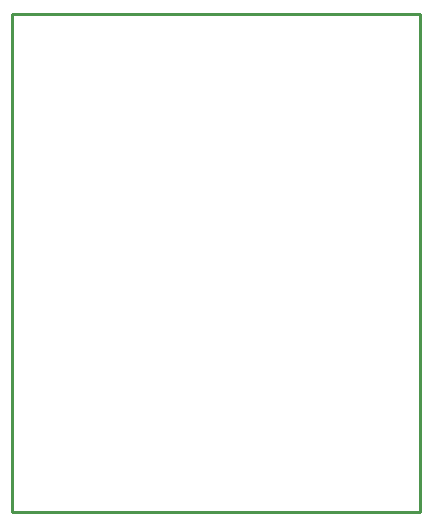
<source format=gm1>
%FSLAX25Y25*%
%MOIN*%
G70*
G01*
G75*
G04 Layer_Color=16711935*
%ADD10C,0.01000*%
%ADD11R,0.07087X0.07087*%
%ADD12C,0.07087*%
%ADD13O,0.14000X0.06800*%
%ADD14R,0.14000X0.06800*%
%ADD15R,0.07087X0.07087*%
%ADD16C,0.05000*%
D10*
X342000Y138500D02*
X478000D01*
Y304500D01*
X342000D02*
X478000D01*
X342000Y138500D02*
Y304500D01*
Y138500D02*
X478000D01*
Y304500D01*
X342000D02*
X478000D01*
X342000Y138500D02*
Y304500D01*
M02*

</source>
